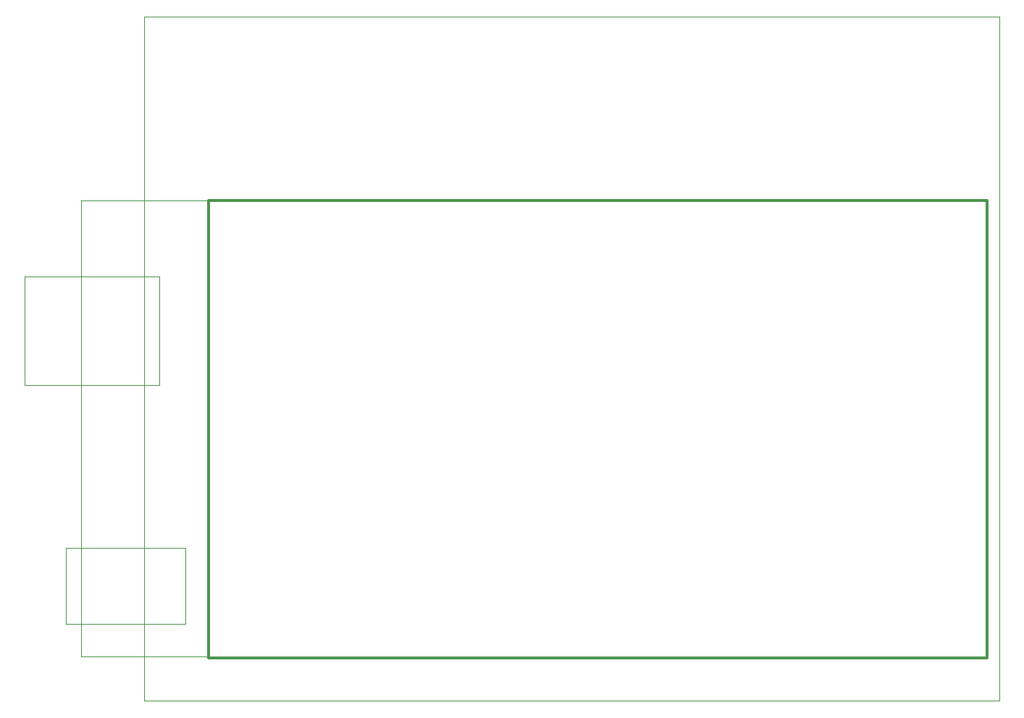
<source format=gbo>
G75*
%MOIN*%
%OFA0B0*%
%FSLAX24Y24*%
%IPPOS*%
%LPD*%
%AMOC8*
5,1,8,0,0,1.08239X$1,22.5*
%
%ADD10C,0.0000*%
%ADD11C,0.0120*%
D10*
X002700Y002137D02*
X002700Y023137D01*
X028100Y023137D01*
X044990Y031596D02*
X005620Y031596D01*
X005620Y000100D01*
X044990Y000100D01*
X044990Y031596D01*
X007500Y007137D02*
X002000Y007137D01*
X002000Y003637D01*
X007500Y003637D01*
X007500Y007137D01*
X002700Y002137D02*
X028700Y002137D01*
X006300Y014637D02*
X000100Y014637D01*
X000100Y019637D01*
X006300Y019637D01*
X006300Y014637D01*
D11*
X008572Y023131D02*
X008572Y002069D01*
X044399Y002069D01*
X044399Y023131D01*
X008572Y023131D01*
M02*

</source>
